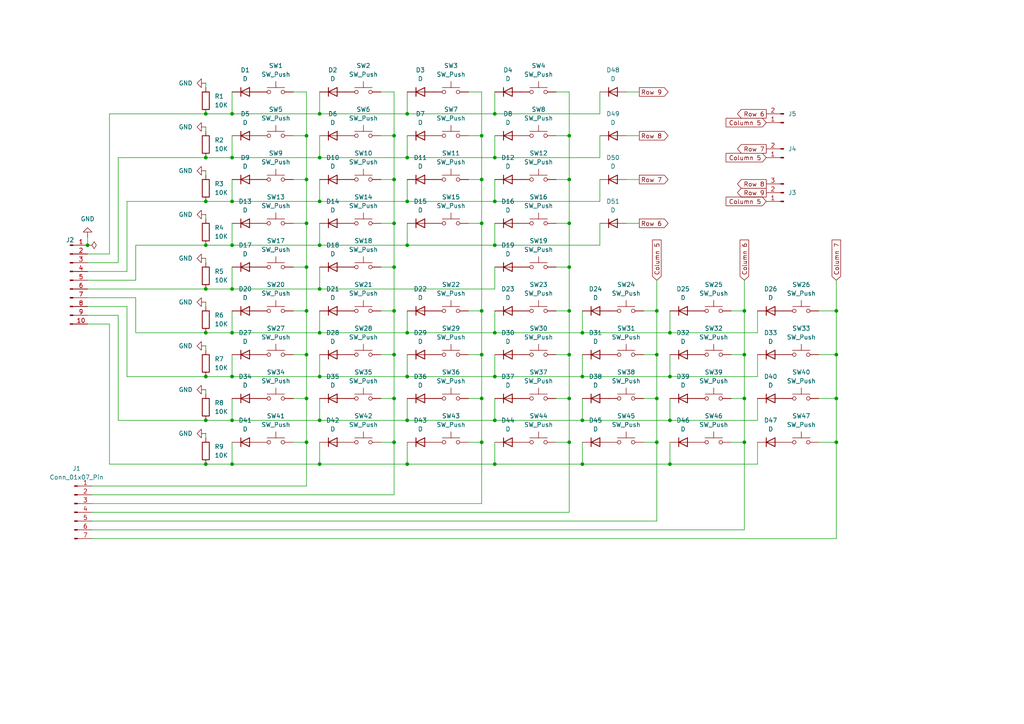
<source format=kicad_sch>
(kicad_sch (version 20231120) (generator "eeschema") (generator_version "8.0")
  (paper "A4")
  (title_block (title "OH-58D MFK Button Matrix") (rev "1.0"))
  (junction (at 92.71 83.82))
  (junction (at 92.71 109.22))
  (junction (at 59.69 45.72))
  (junction (at 59.69 58.42))
  (junction (at 118.11 71.12))
  (junction (at 88.9 115.57))
  (junction (at 190.5 115.57))
  (junction (at 118.11 96.52))
  (junction (at 215.9 115.57))
  (junction (at 88.9 128.27))
  (junction (at 215.9 90.17))
  (junction (at 165.1 102.87))
  (junction (at 168.91 121.92))
  (junction (at 67.31 71.12))
  (junction (at 114.3 64.77))
  (junction (at 139.7 90.17))
  (junction (at 242.57 102.87))
  (junction (at 165.1 39.37))
  (junction (at 92.71 33.02))
  (junction (at 92.71 134.62))
  (junction (at 118.11 121.92))
  (junction (at 118.11 109.22))
  (junction (at 165.1 90.17))
  (junction (at 190.5 128.27))
  (junction (at 67.31 96.52))
  (junction (at 143.51 45.72))
  (junction (at 114.3 115.57))
  (junction (at 67.31 134.62))
  (junction (at 143.51 71.12))
  (junction (at 143.51 96.52))
  (junction (at 165.1 64.77))
  (junction (at 25.4 71.12))
  (junction (at 190.5 102.87))
  (junction (at 67.31 121.92))
  (junction (at 88.9 64.77))
  (junction (at 92.71 71.12))
  (junction (at 118.11 45.72))
  (junction (at 92.71 96.52))
  (junction (at 59.69 121.92))
  (junction (at 59.69 134.62))
  (junction (at 88.9 39.37))
  (junction (at 242.57 128.27))
  (junction (at 114.3 128.27))
  (junction (at 59.69 71.12))
  (junction (at 139.7 128.27))
  (junction (at 88.9 52.07))
  (junction (at 114.3 77.47))
  (junction (at 242.57 90.17))
  (junction (at 143.51 33.02))
  (junction (at 92.71 121.92))
  (junction (at 143.51 121.92))
  (junction (at 118.11 58.42))
  (junction (at 92.71 58.42))
  (junction (at 168.91 109.22))
  (junction (at 139.7 115.57))
  (junction (at 139.7 52.07))
  (junction (at 139.7 64.77))
  (junction (at 59.69 83.82))
  (junction (at 67.31 33.02))
  (junction (at 67.31 58.42))
  (junction (at 194.31 96.52))
  (junction (at 114.3 90.17))
  (junction (at 67.31 83.82))
  (junction (at 67.31 45.72))
  (junction (at 92.71 45.72))
  (junction (at 139.7 39.37))
  (junction (at 118.11 33.02))
  (junction (at 59.69 96.52))
  (junction (at 59.69 33.02))
  (junction (at 67.31 109.22))
  (junction (at 165.1 77.47))
  (junction (at 168.91 134.62))
  (junction (at 143.51 134.62))
  (junction (at 168.91 96.52))
  (junction (at 59.69 109.22))
  (junction (at 114.3 52.07))
  (junction (at 242.57 115.57))
  (junction (at 165.1 128.27))
  (junction (at 143.51 58.42))
  (junction (at 165.1 115.57))
  (junction (at 215.9 128.27))
  (junction (at 143.51 109.22))
  (junction (at 88.9 90.17))
  (junction (at 139.7 102.87))
  (junction (at 190.5 90.17))
  (junction (at 194.31 109.22))
  (junction (at 194.31 121.92))
  (junction (at 88.9 102.87))
  (junction (at 114.3 102.87))
  (junction (at 118.11 134.62))
  (junction (at 114.3 39.37))
  (junction (at 165.1 52.07))
  (junction (at 194.31 134.62))
  (junction (at 88.9 77.47))
  (junction (at 215.9 102.87))
  (wire (pts (xy 67.31 33.02) (xy 59.69 33.02)))
  (wire (pts (xy 118.11 52.07) (xy 118.11 58.42)))
  (wire (pts (xy 143.51 26.67) (xy 143.51 33.02)))
  (wire (pts (xy 190.5 128.27) (xy 190.5 151.13)))
  (wire (pts (xy 165.1 128.27) (xy 165.1 148.59)))
  (wire (pts (xy 143.51 83.82) (xy 92.71 83.82)))
  (wire (pts (xy 114.3 64.77) (xy 114.3 77.47)))
  (wire (pts (xy 39.37 81.28) (xy 39.37 71.12)))
  (wire (pts (xy 139.7 26.67) (xy 139.7 39.37)))
  (wire (pts (xy 161.29 64.77) (xy 165.1 64.77)))
  (wire (pts (xy 85.09 77.47) (xy 88.9 77.47)))
  (wire (pts (xy 26.67 140.97) (xy 88.9 140.97)))
  (wire (pts (xy 173.99 71.12) (xy 173.99 64.77)))
  (wire (pts (xy 186.69 102.87) (xy 190.5 102.87)))
  (wire (pts (xy 143.51 109.22) (xy 118.11 109.22)))
  (wire (pts (xy 219.71 102.87) (xy 219.71 109.22)))
  (wire (pts (xy 92.71 52.07) (xy 92.71 58.42)))
  (wire (pts (xy 143.51 52.07) (xy 143.51 58.42)))
  (wire (pts (xy 181.61 39.37) (xy 185.42 39.37)))
  (wire (pts (xy 114.3 128.27) (xy 114.3 115.57)))
  (wire (pts (xy 165.1 52.07) (xy 165.1 39.37)))
  (wire (pts (xy 219.71 90.17) (xy 219.71 96.52)))
  (wire (pts (xy 143.51 58.42) (xy 173.99 58.42)))
  (wire (pts (xy 215.9 81.28) (xy 215.9 90.17)))
  (wire (pts (xy 92.71 33.02) (xy 67.31 33.02)))
  (wire (pts (xy 237.49 128.27) (xy 242.57 128.27)))
  (wire (pts (xy 118.11 39.37) (xy 118.11 45.72)))
  (wire (pts (xy 139.7 52.07) (xy 139.7 64.77)))
  (wire (pts (xy 118.11 128.27) (xy 118.11 134.62)))
  (wire (pts (xy 59.69 62.23) (xy 59.69 63.5)))
  (wire (pts (xy 26.67 153.67) (xy 215.9 153.67)))
  (wire (pts (xy 88.9 128.27) (xy 88.9 115.57)))
  (wire (pts (xy 25.4 76.2) (xy 34.29 76.2)))
  (wire (pts (xy 242.57 128.27) (xy 242.57 156.21)))
  (wire (pts (xy 212.09 115.57) (xy 215.9 115.57)))
  (wire (pts (xy 67.31 102.87) (xy 67.31 109.22)))
  (wire (pts (xy 67.31 64.77) (xy 67.31 71.12)))
  (wire (pts (xy 190.5 128.27) (xy 190.5 115.57)))
  (wire (pts (xy 36.83 88.9) (xy 36.83 109.22)))
  (wire (pts (xy 168.91 134.62) (xy 194.31 134.62)))
  (wire (pts (xy 110.49 52.07) (xy 114.3 52.07)))
  (wire (pts (xy 25.4 91.44) (xy 34.29 91.44)))
  (wire (pts (xy 237.49 102.87) (xy 242.57 102.87)))
  (wire (pts (xy 161.29 115.57) (xy 165.1 115.57)))
  (wire (pts (xy 110.49 77.47) (xy 114.3 77.47)))
  (wire (pts (xy 168.91 115.57) (xy 168.91 121.92)))
  (wire (pts (xy 194.31 109.22) (xy 168.91 109.22)))
  (wire (pts (xy 143.51 134.62) (xy 168.91 134.62)))
  (wire (pts (xy 143.51 77.47) (xy 143.51 83.82)))
  (wire (pts (xy 88.9 128.27) (xy 88.9 140.97)))
  (wire (pts (xy 242.57 90.17) (xy 242.57 102.87)))
  (wire (pts (xy 168.91 96.52) (xy 143.51 96.52)))
  (wire (pts (xy 85.09 90.17) (xy 88.9 90.17)))
  (wire (pts (xy 194.31 115.57) (xy 194.31 121.92)))
  (wire (pts (xy 67.31 109.22) (xy 59.69 109.22)))
  (wire (pts (xy 85.09 64.77) (xy 88.9 64.77)))
  (wire (pts (xy 92.71 121.92) (xy 67.31 121.92)))
  (wire (pts (xy 139.7 128.27) (xy 139.7 115.57)))
  (wire (pts (xy 92.71 134.62) (xy 118.11 134.62)))
  (wire (pts (xy 34.29 45.72) (xy 59.69 45.72)))
  (wire (pts (xy 67.31 39.37) (xy 67.31 45.72)))
  (wire (pts (xy 143.51 121.92) (xy 118.11 121.92)))
  (wire (pts (xy 139.7 128.27) (xy 139.7 146.05)))
  (wire (pts (xy 118.11 45.72) (xy 92.71 45.72)))
  (wire (pts (xy 36.83 58.42) (xy 59.69 58.42)))
  (wire (pts (xy 110.49 64.77) (xy 114.3 64.77)))
  (wire (pts (xy 26.67 156.21) (xy 242.57 156.21)))
  (wire (pts (xy 67.31 52.07) (xy 67.31 58.42)))
  (wire (pts (xy 26.67 148.59) (xy 165.1 148.59)))
  (wire (pts (xy 92.71 77.47) (xy 92.71 83.82)))
  (wire (pts (xy 92.71 39.37) (xy 92.71 45.72)))
  (wire (pts (xy 173.99 39.37) (xy 173.99 45.72)))
  (wire (pts (xy 194.31 121.92) (xy 168.91 121.92)))
  (wire (pts (xy 114.3 52.07) (xy 114.3 64.77)))
  (wire (pts (xy 190.5 115.57) (xy 190.5 102.87)))
  (wire (pts (xy 181.61 52.07) (xy 185.42 52.07)))
  (wire (pts (xy 114.3 102.87) (xy 114.3 90.17)))
  (wire (pts (xy 110.49 102.87) (xy 114.3 102.87)))
  (wire (pts (xy 92.71 83.82) (xy 67.31 83.82)))
  (wire (pts (xy 34.29 91.44) (xy 34.29 121.92)))
  (wire (pts (xy 165.1 128.27) (xy 165.1 115.57)))
  (wire (pts (xy 92.71 128.27) (xy 92.71 134.62)))
  (wire (pts (xy 59.69 113.03) (xy 59.69 114.3)))
  (wire (pts (xy 67.31 121.92) (xy 59.69 121.92)))
  (wire (pts (xy 110.49 115.57) (xy 114.3 115.57)))
  (wire (pts (xy 165.1 77.47) (xy 165.1 90.17)))
  (wire (pts (xy 110.49 26.67) (xy 114.3 26.67)))
  (wire (pts (xy 215.9 102.87) (xy 215.9 115.57)))
  (wire (pts (xy 219.71 109.22) (xy 194.31 109.22)))
  (wire (pts (xy 59.69 36.83) (xy 59.69 38.1)))
  (wire (pts (xy 135.89 102.87) (xy 139.7 102.87)))
  (wire (pts (xy 92.71 71.12) (xy 67.31 71.12)))
  (wire (pts (xy 39.37 86.36) (xy 39.37 96.52)))
  (wire (pts (xy 165.1 64.77) (xy 165.1 52.07)))
  (wire (pts (xy 92.71 45.72) (xy 67.31 45.72)))
  (wire (pts (xy 219.71 128.27) (xy 219.71 134.62)))
  (wire (pts (xy 88.9 77.47) (xy 88.9 90.17)))
  (wire (pts (xy 242.57 90.17) (xy 237.49 90.17)))
  (wire (pts (xy 237.49 115.57) (xy 242.57 115.57)))
  (wire (pts (xy 92.71 109.22) (xy 67.31 109.22)))
  (wire (pts (xy 88.9 39.37) (xy 88.9 52.07)))
  (wire (pts (xy 194.31 102.87) (xy 194.31 109.22)))
  (wire (pts (xy 143.51 102.87) (xy 143.51 109.22)))
  (wire (pts (xy 25.4 78.74) (xy 36.83 78.74)))
  (wire (pts (xy 118.11 71.12) (xy 92.71 71.12)))
  (wire (pts (xy 143.51 71.12) (xy 118.11 71.12)))
  (wire (pts (xy 143.51 58.42) (xy 118.11 58.42)))
  (wire (pts (xy 181.61 26.67) (xy 185.42 26.67)))
  (wire (pts (xy 143.51 128.27) (xy 143.51 134.62)))
  (wire (pts (xy 118.11 58.42) (xy 92.71 58.42)))
  (wire (pts (xy 92.71 58.42) (xy 67.31 58.42)))
  (wire (pts (xy 173.99 52.07) (xy 173.99 58.42)))
  (wire (pts (xy 34.29 121.92) (xy 59.69 121.92)))
  (wire (pts (xy 26.67 143.51) (xy 114.3 143.51)))
  (wire (pts (xy 135.89 26.67) (xy 139.7 26.67)))
  (wire (pts (xy 92.71 26.67) (xy 92.71 33.02)))
  (wire (pts (xy 143.51 64.77) (xy 143.51 71.12)))
  (wire (pts (xy 194.31 90.17) (xy 194.31 96.52)))
  (wire (pts (xy 165.1 26.67) (xy 161.29 26.67)))
  (wire (pts (xy 67.31 96.52) (xy 59.69 96.52)))
  (wire (pts (xy 143.51 33.02) (xy 173.99 33.02)))
  (wire (pts (xy 165.1 90.17) (xy 161.29 90.17)))
  (wire (pts (xy 139.7 90.17) (xy 135.89 90.17)))
  (wire (pts (xy 161.29 128.27) (xy 165.1 128.27)))
  (wire (pts (xy 67.31 71.12) (xy 59.69 71.12)))
  (wire (pts (xy 143.51 71.12) (xy 173.99 71.12)))
  (wire (pts (xy 114.3 77.47) (xy 114.3 90.17)))
  (wire (pts (xy 118.11 134.62) (xy 143.51 134.62)))
  (wire (pts (xy 215.9 90.17) (xy 212.09 90.17)))
  (wire (pts (xy 88.9 52.07) (xy 88.9 64.77)))
  (wire (pts (xy 25.4 86.36) (xy 39.37 86.36)))
  (wire (pts (xy 186.69 115.57) (xy 190.5 115.57)))
  (wire (pts (xy 85.09 102.87) (xy 88.9 102.87)))
  (wire (pts (xy 114.3 39.37) (xy 110.49 39.37)))
  (wire (pts (xy 135.89 115.57) (xy 139.7 115.57)))
  (wire (pts (xy 190.5 102.87) (xy 190.5 90.17)))
  (wire (pts (xy 88.9 26.67) (xy 88.9 39.37)))
  (wire (pts (xy 143.51 39.37) (xy 143.51 45.72)))
  (wire (pts (xy 59.69 87.63) (xy 59.69 88.9)))
  (wire (pts (xy 114.3 128.27) (xy 114.3 143.51)))
  (wire (pts (xy 59.69 125.73) (xy 59.69 127)))
  (wire (pts (xy 92.71 90.17) (xy 92.71 96.52)))
  (wire (pts (xy 139.7 115.57) (xy 139.7 102.87)))
  (wire (pts (xy 143.51 45.72) (xy 118.11 45.72)))
  (wire (pts (xy 25.4 73.66) (xy 31.75 73.66)))
  (wire (pts (xy 110.49 128.27) (xy 114.3 128.27)))
  (wire (pts (xy 114.3 90.17) (xy 110.49 90.17)))
  (wire (pts (xy 194.31 134.62) (xy 219.71 134.62)))
  (wire (pts (xy 168.91 109.22) (xy 143.51 109.22)))
  (wire (pts (xy 92.71 115.57) (xy 92.71 121.92)))
  (wire (pts (xy 59.69 134.62) (xy 67.31 134.62)))
  (wire (pts (xy 114.3 115.57) (xy 114.3 102.87)))
  (wire (pts (xy 161.29 52.07) (xy 165.1 52.07)))
  (wire (pts (xy 118.11 102.87) (xy 118.11 109.22)))
  (wire (pts (xy 67.31 115.57) (xy 67.31 121.92)))
  (wire (pts (xy 165.1 102.87) (xy 165.1 90.17)))
  (wire (pts (xy 242.57 115.57) (xy 242.57 128.27)))
  (wire (pts (xy 36.83 78.74) (xy 36.83 58.42)))
  (wire (pts (xy 118.11 33.02) (xy 143.51 33.02)))
  (wire (pts (xy 168.91 128.27) (xy 168.91 134.62)))
  (wire (pts (xy 173.99 26.67) (xy 173.99 33.02)))
  (wire (pts (xy 165.1 115.57) (xy 165.1 102.87)))
  (wire (pts (xy 143.51 45.72) (xy 173.99 45.72)))
  (wire (pts (xy 31.75 33.02) (xy 59.69 33.02)))
  (wire (pts (xy 92.71 96.52) (xy 67.31 96.52)))
  (wire (pts (xy 165.1 39.37) (xy 165.1 26.67)))
  (wire (pts (xy 219.71 96.52) (xy 194.31 96.52)))
  (wire (pts (xy 212.09 128.27) (xy 215.9 128.27)))
  (wire (pts (xy 242.57 81.28) (xy 242.57 90.17)))
  (wire (pts (xy 59.69 74.93) (xy 59.69 76.2)))
  (wire (pts (xy 118.11 64.77) (xy 118.11 71.12)))
  (wire (pts (xy 190.5 90.17) (xy 186.69 90.17)))
  (wire (pts (xy 67.31 90.17) (xy 67.31 96.52)))
  (wire (pts (xy 118.11 96.52) (xy 92.71 96.52)))
  (wire (pts (xy 215.9 90.17) (xy 215.9 102.87)))
  (wire (pts (xy 88.9 64.77) (xy 88.9 77.47)))
  (wire (pts (xy 212.09 102.87) (xy 215.9 102.87)))
  (wire (pts (xy 92.71 64.77) (xy 92.71 71.12)))
  (wire (pts (xy 143.51 96.52) (xy 118.11 96.52)))
  (wire (pts (xy 215.9 115.57) (xy 215.9 128.27)))
  (wire (pts (xy 118.11 109.22) (xy 92.71 109.22)))
  (wire (pts (xy 194.31 96.52) (xy 168.91 96.52)))
  (wire (pts (xy 26.67 151.13) (xy 190.5 151.13)))
  (wire (pts (xy 114.3 39.37) (xy 114.3 52.07)))
  (wire (pts (xy 31.75 134.62) (xy 59.69 134.62)))
  (wire (pts (xy 39.37 96.52) (xy 59.69 96.52)))
  (wire (pts (xy 168.91 121.92) (xy 143.51 121.92)))
  (wire (pts (xy 25.4 83.82) (xy 59.69 83.82)))
  (wire (pts (xy 118.11 33.02) (xy 92.71 33.02)))
  (wire (pts (xy 168.91 102.87) (xy 168.91 109.22)))
  (wire (pts (xy 215.9 128.27) (xy 215.9 153.67)))
  (wire (pts (xy 88.9 26.67) (xy 85.09 26.67)))
  (wire (pts (xy 85.09 52.07) (xy 88.9 52.07)))
  (wire (pts (xy 165.1 64.77) (xy 165.1 77.47)))
  (wire (pts (xy 85.09 115.57) (xy 88.9 115.57)))
  (wire (pts (xy 25.4 93.98) (xy 31.75 93.98)))
  (wire (pts (xy 143.51 115.57) (xy 143.51 121.92)))
  (wire (pts (xy 139.7 39.37) (xy 139.7 52.07)))
  (wire (pts (xy 67.31 77.47) (xy 67.31 83.82)))
  (wire (pts (xy 114.3 26.67) (xy 114.3 39.37)))
  (wire (pts (xy 219.71 115.57) (xy 219.71 121.92)))
  (wire (pts (xy 26.67 146.05) (xy 139.7 146.05)))
  (wire (pts (xy 31.75 93.98) (xy 31.75 134.62)))
  (wire (pts (xy 59.69 49.53) (xy 59.69 50.8)))
  (wire (pts (xy 139.7 102.87) (xy 139.7 90.17)))
  (wire (pts (xy 59.69 24.13) (xy 59.69 25.4)))
  (wire (pts (xy 67.31 83.82) (xy 59.69 83.82)))
  (wire (pts (xy 139.7 64.77) (xy 139.7 90.17)))
  (wire (pts (xy 36.83 109.22) (xy 59.69 109.22)))
  (wire (pts (xy 118.11 121.92) (xy 92.71 121.92)))
  (wire (pts (xy 25.4 88.9) (xy 36.83 88.9)))
  (wire (pts (xy 118.11 90.17) (xy 118.11 96.52)))
  (wire (pts (xy 88.9 102.87) (xy 88.9 90.17)))
  (wire (pts (xy 143.51 90.17) (xy 143.51 96.52)))
  (wire (pts (xy 88.9 115.57) (xy 88.9 102.87)))
  (wire (pts (xy 31.75 73.66) (xy 31.75 33.02)))
  (wire (pts (xy 165.1 77.47) (xy 161.29 77.47)))
  (wire (pts (xy 168.91 90.17) (xy 168.91 96.52)))
  (wire (pts (xy 67.31 26.67) (xy 67.31 33.02)))
  (wire (pts (xy 242.57 102.87) (xy 242.57 115.57)))
  (wire (pts (xy 25.4 81.28) (xy 39.37 81.28)))
  (wire (pts (xy 59.69 100.33) (xy 59.69 101.6)))
  (wire (pts (xy 194.31 128.27) (xy 194.31 134.62)))
  (wire (pts (xy 135.89 128.27) (xy 139.7 128.27)))
  (wire (pts (xy 186.69 128.27) (xy 190.5 128.27)))
  (wire (pts (xy 85.09 128.27) (xy 88.9 128.27)))
  (wire (pts (xy 139.7 64.77) (xy 135.89 64.77)))
  (wire (pts (xy 161.29 39.37) (xy 165.1 39.37)))
  (wire (pts (xy 67.31 58.42) (xy 59.69 58.42)))
  (wire (pts (xy 67.31 45.72) (xy 59.69 45.72)))
  (wire (pts (xy 190.5 81.28) (xy 190.5 90.17)))
  (wire (pts (xy 34.29 76.2) (xy 34.29 45.72)))
  (wire (pts (xy 219.71 121.92) (xy 194.31 121.92)))
  (wire (pts (xy 85.09 39.37) (xy 88.9 39.37)))
  (wire (pts (xy 161.29 102.87) (xy 165.1 102.87)))
  (wire (pts (xy 118.11 26.67) (xy 118.11 33.02)))
  (wire (pts (xy 67.31 134.62) (xy 92.71 134.62)))
  (wire (pts (xy 181.61 64.77) (xy 185.42 64.77)))
  (wire (pts (xy 135.89 52.07) (xy 139.7 52.07)))
  (wire (pts (xy 67.31 134.62) (xy 67.31 128.27)))
  (wire (pts (xy 39.37 71.12) (xy 59.69 71.12)))
  (wire (pts (xy 25.4 68.58) (xy 25.4 71.12)))
  (wire (pts (xy 92.71 102.87) (xy 92.71 109.22)))
  (wire (pts (xy 118.11 115.57) (xy 118.11 121.92)))
  (wire (pts (xy 135.89 39.37) (xy 139.7 39.37)))
  (global_label "Row 7" (shape output) (at 222.25 43.18 180) (property "Intersheetrefs" "${INTERSHEET_REFS}" (effects (hide yes))))
  (global_label "Column 5" (shape input) (at 222.25 45.72 180) (property "Intersheetrefs" "${INTERSHEET_REFS}" (effects (hide yes))))
  (global_label "Row 6" (shape output) (at 185.42 64.77 0) (property "Intersheetrefs" "${INTERSHEET_REFS}" (effects (hide yes))))
  (global_label "Column 6" (shape input) (at 215.9 81.28 90) (property "Intersheetrefs" "${INTERSHEET_REFS}" (effects (hide yes))))
  (global_label "Column 5" (shape input) (at 222.25 35.56 180) (property "Intersheetrefs" "${INTERSHEET_REFS}" (effects (hide yes))))
  (global_label "Column 5" (shape input) (at 190.5 81.28 90) (property "Intersheetrefs" "${INTERSHEET_REFS}" (effects (hide yes))))
  (global_label "Row 8" (shape output) (at 185.42 39.37 0) (property "Intersheetrefs" "${INTERSHEET_REFS}" (effects (hide yes))))
  (global_label "Row 8" (shape output) (at 222.25 53.34 180) (property "Intersheetrefs" "${INTERSHEET_REFS}" (effects (hide yes))))
  (global_label "Column 5" (shape input) (at 222.25 58.42 180) (property "Intersheetrefs" "${INTERSHEET_REFS}" (effects (hide yes))))
  (global_label "Row 9" (shape output) (at 222.25 55.88 180) (property "Intersheetrefs" "${INTERSHEET_REFS}" (effects (hide yes))))
  (global_label "Row 6" (shape output) (at 222.25 33.02 180) (property "Intersheetrefs" "${INTERSHEET_REFS}" (effects (hide yes))))
  (global_label "Column 7" (shape input) (at 242.57 81.28 90) (property "Intersheetrefs" "${INTERSHEET_REFS}" (effects (hide yes))))
  (global_label "Row 7" (shape output) (at 185.42 52.07 0) (property "Intersheetrefs" "${INTERSHEET_REFS}" (effects (hide yes))))
  (global_label "Row 9" (shape output) (at 185.42 26.67 0) (property "Intersheetrefs" "${INTERSHEET_REFS}" (effects (hide yes))))
  (symbol (lib_id "Switch:SW_Push") (at 105.41 77.47 0) (unit 1)
    (property "Reference" "SW18" (at 105.41 69.85 0))
    (property "Value" "SW_Push" (at 105.41 72.39 0))
    (property "Footprint" "Button_Switch_THT:SW_TH_Tactile_Omron_B3F-105x" (effects (hide yes)))
    (property "Description" "Push button switch, generic, two pins" (effects (hide yes)))
  )
  (symbol (lib_id "Switch:SW_Push") (at 130.81 64.77 0) (unit 1)
    (property "Reference" "SW15" (at 130.81 57.15 0))
    (property "Value" "SW_Push" (at 130.81 59.69 0))
    (property "Footprint" "Button_Switch_THT:SW_TH_Tactile_Omron_B3F-105x" (effects (hide yes)))
    (property "Description" "Push button switch, generic, two pins" (effects (hide yes)))
  )
  (symbol (lib_id "Switch:SW_Push") (at 232.41 115.57 0) (unit 1)
    (property "Reference" "SW40" (at 232.41 107.95 0))
    (property "Value" "SW_Push" (at 232.41 110.49 0))
    (property "Footprint" "Button_Switch_THT:SW_TH_Tactile_Omron_B3F-105x" (effects (hide yes)))
    (property "Description" "Push button switch, generic, two pins" (effects (hide yes)))
  )
  (symbol (lib_id "Device:R") (at 59.69 130.81 0) (unit 1)
    (property "Reference" "R9" (at 62.23 129.5399 0) (effects (justify left)))
    (property "Value" "10K" (at 62.23 132.0799 0) (effects (justify left)))
    (property "Footprint" "Resistor_SMD:R_0805_2012Metric_Pad1.20x1.40mm_HandSolder" (effects (hide yes)))
    (property "Description" "Resistor" (effects (hide yes)))
  )
  (symbol (lib_id "Device:D") (at 121.92 90.17 0) (unit 1)
    (property "Reference" "D22" (at 121.92 83.82 0))
    (property "Value" "D" (at 121.92 86.36 0))
    (property "Footprint" "Diode_SMD:D_SOD-323_HandSoldering" (effects (hide yes)))
    (property "Description" "Diode" (effects (hide yes)))
    (property "Sim.Device" "D" (effects (hide yes)))
    (property "Sim.Pins" "1=K 2=A" (effects (hide yes)))
  )
  (symbol (lib_id "Device:D") (at 96.52 26.67 0) (unit 1)
    (property "Reference" "D2" (at 96.52 20.32 0))
    (property "Value" "D" (at 96.52 22.86 0))
    (property "Footprint" "Diode_SMD:D_SOD-323_HandSoldering" (effects (hide yes)))
    (property "Description" "Diode" (effects (hide yes)))
    (property "Sim.Device" "D" (effects (hide yes)))
    (property "Sim.Pins" "1=K 2=A" (effects (hide yes)))
  )
  (symbol (lib_id "Device:D") (at 71.12 128.27 0) (unit 1)
    (property "Reference" "D41" (at 71.12 121.92 0))
    (property "Value" "D" (at 71.12 124.46 0))
    (property "Footprint" "Diode_SMD:D_SOD-323_HandSoldering" (effects (hide yes)))
    (property "Description" "Diode" (effects (hide yes)))
    (property "Sim.Device" "D" (effects (hide yes)))
    (property "Sim.Pins" "1=K 2=A" (effects (hide yes)))
  )
  (symbol (lib_id "power:GND") (at 59.69 87.63 270) (unit 1)
    (property "Reference" "#PWR06" (effects (hide yes)))
    (property "Value" "GND" (at 55.88 87.6299 90) (effects (justify right)))
    (property "Description" "Power symbol creates a global label with name \"GND\" , ground" (effects (hide yes)))
  )
  (symbol (lib_id "Switch:SW_Push") (at 156.21 128.27 0) (unit 1)
    (property "Reference" "SW44" (at 156.21 120.65 0))
    (property "Value" "SW_Push" (at 156.21 123.19 0))
    (property "Footprint" "Button_Switch_THT:SW_TH_Tactile_Omron_B3F-105x" (effects (hide yes)))
    (property "Description" "Push button switch, generic, two pins" (effects (hide yes)))
  )
  (symbol (lib_id "Device:D") (at 177.8 64.77 0) (unit 1)
    (property "Reference" "D51" (at 177.8 58.42 0))
    (property "Value" "D" (at 177.8 60.96 0))
    (property "Footprint" "Diode_SMD:D_SOD-323_HandSoldering" (effects (hide yes)))
    (property "Description" "Diode" (effects (hide yes)))
    (property "Sim.Device" "D" (effects (hide yes)))
    (property "Sim.Pins" "1=K 2=A" (effects (hide yes)))
  )
  (symbol (lib_id "Switch:SW_Push") (at 232.41 90.17 0) (unit 1)
    (property "Reference" "SW26" (at 232.41 82.55 0))
    (property "Value" "SW_Push" (at 232.41 85.09 0))
    (property "Footprint" "Button_Switch_THT:SW_TH_Tactile_Omron_B3F-105x" (effects (hide yes)))
    (property "Description" "Push button switch, generic, two pins" (effects (hide yes)))
  )
  (symbol (lib_id "Device:D") (at 96.52 102.87 0) (unit 1)
    (property "Reference" "D28" (at 96.52 96.52 0))
    (property "Value" "D" (at 96.52 99.06 0))
    (property "Footprint" "Diode_SMD:D_SOD-323_HandSoldering" (effects (hide yes)))
    (property "Description" "Diode" (effects (hide yes)))
    (property "Sim.Device" "D" (effects (hide yes)))
    (property "Sim.Pins" "1=K 2=A" (effects (hide yes)))
  )
  (symbol (lib_id "Device:D") (at 172.72 128.27 0) (unit 1)
    (property "Reference" "D45" (at 172.72 121.92 0))
    (property "Value" "D" (at 172.72 124.46 0))
    (property "Footprint" "Diode_SMD:D_SOD-323_HandSoldering" (effects (hide yes)))
    (property "Description" "Diode" (effects (hide yes)))
    (property "Sim.Device" "D" (effects (hide yes)))
    (property "Sim.Pins" "1=K 2=A" (effects (hide yes)))
  )
  (symbol (lib_id "Device:R") (at 59.69 118.11 0) (unit 1)
    (property "Reference" "R8" (at 62.23 116.8399 0) (effects (justify left)))
    (property "Value" "10K" (at 62.23 119.3799 0) (effects (justify left)))
    (property "Footprint" "Resistor_SMD:R_0805_2012Metric_Pad1.20x1.40mm_HandSolder" (effects (hide yes)))
    (property "Description" "Resistor" (effects (hide yes)))
  )
  (symbol (lib_id "power:GND") (at 59.69 100.33 270) (unit 1)
    (property "Reference" "#PWR07" (effects (hide yes)))
    (property "Value" "GND" (at 55.88 100.3299 90) (effects (justify right)))
    (property "Description" "Power symbol creates a global label with name \"GND\" , ground" (effects (hide yes)))
  )
  (symbol (lib_id "power:GND") (at 59.69 62.23 270) (unit 1)
    (property "Reference" "#PWR04" (effects (hide yes)))
    (property "Value" "GND" (at 55.88 62.2299 90) (effects (justify right)))
    (property "Description" "Power symbol creates a global label with name \"GND\" , ground" (effects (hide yes)))
  )
  (symbol (lib_id "Device:D") (at 121.92 26.67 0) (unit 1)
    (property "Reference" "D3" (at 121.92 20.32 0))
    (property "Value" "D" (at 121.92 22.86 0))
    (property "Footprint" "Diode_SMD:D_SOD-323_HandSoldering" (effects (hide yes)))
    (property "Description" "Diode" (effects (hide yes)))
    (property "Sim.Device" "D" (effects (hide yes)))
    (property "Sim.Pins" "1=K 2=A" (effects (hide yes)))
  )
  (symbol (lib_id "Device:D") (at 198.12 102.87 0) (unit 1)
    (property "Reference" "D32" (at 198.12 96.52 0))
    (property "Value" "D" (at 198.12 99.06 0))
    (property "Footprint" "Diode_SMD:D_SOD-323_HandSoldering" (effects (hide yes)))
    (property "Description" "Diode" (effects (hide yes)))
    (property "Sim.Device" "D" (effects (hide yes)))
    (property "Sim.Pins" "1=K 2=A" (effects (hide yes)))
  )
  (symbol (lib_id "Device:D") (at 223.52 102.87 0) (unit 1)
    (property "Reference" "D33" (at 223.52 96.52 0))
    (property "Value" "D" (at 223.52 99.06 0))
    (property "Footprint" "Diode_SMD:D_SOD-323_HandSoldering" (effects (hide yes)))
    (property "Description" "Diode" (effects (hide yes)))
    (property "Sim.Device" "D" (effects (hide yes)))
    (property "Sim.Pins" "1=K 2=A" (effects (hide yes)))
  )
  (symbol (lib_id "Device:D") (at 147.32 90.17 0) (unit 1)
    (property "Reference" "D23" (at 147.32 83.82 0))
    (property "Value" "D" (at 147.32 86.36 0))
    (property "Footprint" "Diode_SMD:D_SOD-323_HandSoldering" (effects (hide yes)))
    (property "Description" "Diode" (effects (hide yes)))
    (property "Sim.Device" "D" (effects (hide yes)))
    (property "Sim.Pins" "1=K 2=A" (effects (hide yes)))
  )
  (symbol (lib_id "Device:R") (at 59.69 41.91 0) (unit 1)
    (property "Reference" "R2" (at 62.23 40.6399 0) (effects (justify left)))
    (property "Value" "10K" (at 62.23 43.1799 0) (effects (justify left)))
    (property "Footprint" "Resistor_SMD:R_0805_2012Metric_Pad1.20x1.40mm_HandSolder" (effects (hide yes)))
    (property "Description" "Resistor" (effects (hide yes)))
  )
  (symbol (lib_id "Switch:SW_Push") (at 80.01 102.87 0) (unit 1)
    (property "Reference" "SW27" (at 80.01 95.25 0))
    (property "Value" "SW_Push" (at 80.01 97.79 0))
    (property "Footprint" "Button_Switch_THT:SW_TH_Tactile_Omron_B3F-105x" (effects (hide yes)))
    (property "Description" "Push button switch, generic, two pins" (effects (hide yes)))
  )
  (symbol (lib_id "Device:D") (at 172.72 102.87 0) (unit 1)
    (property "Reference" "D31" (at 172.72 96.52 0))
    (property "Value" "D" (at 172.72 99.06 0))
    (property "Footprint" "Diode_SMD:D_SOD-323_HandSoldering" (effects (hide yes)))
    (property "Description" "Diode" (effects (hide yes)))
    (property "Sim.Device" "D" (effects (hide yes)))
    (property "Sim.Pins" "1=K 2=A" (effects (hide yes)))
  )
  (symbol (lib_id "Device:D") (at 223.52 90.17 0) (unit 1)
    (property "Reference" "D26" (at 223.52 83.82 0))
    (property "Value" "D" (at 223.52 86.36 0))
    (property "Footprint" "Diode_SMD:D_SOD-323_HandSoldering" (effects (hide yes)))
    (property "Description" "Diode" (effects (hide yes)))
    (property "Sim.Device" "D" (effects (hide yes)))
    (property "Sim.Pins" "1=K 2=A" (effects (hide yes)))
  )
  (symbol (lib_id "Device:D") (at 71.12 77.47 0) (unit 1)
    (property "Reference" "D17" (at 71.12 71.12 0))
    (property "Value" "D" (at 71.12 73.66 0))
    (property "Footprint" "Diode_SMD:D_SOD-323_HandSoldering" (effects (hide yes)))
    (property "Description" "Diode" (effects (hide yes)))
    (property "Sim.Device" "D" (effects (hide yes)))
    (property "Sim.Pins" "1=K 2=A" (effects (hide yes)))
  )
  (symbol (lib_id "Switch:SW_Push") (at 207.01 115.57 0) (unit 1)
    (property "Reference" "SW39" (at 207.01 107.95 0))
    (property "Value" "SW_Push" (at 207.01 110.49 0))
    (property "Footprint" "Button_Switch_THT:SW_TH_Tactile_Omron_B3F-105x" (effects (hide yes)))
    (property "Description" "Push button switch, generic, two pins" (effects (hide yes)))
  )
  (symbol (lib_id "Switch:SW_Push") (at 181.61 128.27 0) (unit 1)
    (property "Reference" "SW45" (at 181.61 120.65 0))
    (property "Value" "SW_Push" (at 181.61 123.19 0))
    (property "Footprint" "Button_Switch_THT:SW_TH_Tactile_Omron_B3F-105x" (effects (hide yes)))
    (property "Description" "Push button switch, generic, two pins" (effects (hide yes)))
  )
  (symbol (lib_id "Device:D") (at 172.72 115.57 0) (unit 1)
    (property "Reference" "D38" (at 172.72 109.22 0))
    (property "Value" "D" (at 172.72 111.76 0))
    (property "Footprint" "Diode_SMD:D_SOD-323_HandSoldering" (effects (hide yes)))
    (property "Description" "Diode" (effects (hide yes)))
    (property "Sim.Device" "D" (effects (hide yes)))
    (property "Sim.Pins" "1=K 2=A" (effects (hide yes)))
  )
  (symbol (lib_id "Connector:Conn_01x02_Pin") (at 227.33 35.56 180) (unit 1)
    (property "Reference" "J5" (at 228.6 33.0199 0) (effects (justify right)))
    (property "Value" "Conn_01x02_Pin" (effects (hide yes)))
    (property "Footprint" "Connector_PinHeader_2.54mm:PinHeader_1x02_P2.54mm_Vertical" (effects (hide yes)))
    (property "Description" "Generic connector, single row, 01x02, script generated" (effects (hide yes)))
  )
  (symbol (lib_id "Device:D") (at 172.72 90.17 0) (unit 1)
    (property "Reference" "D24" (at 172.72 83.82 0))
    (property "Value" "D" (at 172.72 86.36 0))
    (property "Footprint" "Diode_SMD:D_SOD-323_HandSoldering" (effects (hide yes)))
    (property "Description" "Diode" (effects (hide yes)))
    (property "Sim.Device" "D" (effects (hide yes)))
    (property "Sim.Pins" "1=K 2=A" (effects (hide yes)))
  )
  (symbol (lib_id "Switch:SW_Push") (at 105.41 102.87 0) (unit 1)
    (property "Reference" "SW28" (at 105.41 95.25 0))
    (property "Value" "SW_Push" (at 105.41 97.79 0))
    (property "Footprint" "Button_Switch_THT:SW_TH_Tactile_Omron_B3F-105x" (effects (hide yes)))
    (property "Description" "Push button switch, generic, two pins" (effects (hide yes)))
  )
  (symbol (lib_id "Switch:SW_Push") (at 207.01 128.27 0) (unit 1)
    (property "Reference" "SW46" (at 207.01 120.65 0))
    (property "Value" "SW_Push" (at 207.01 123.19 0))
    (property "Footprint" "Button_Switch_THT:SW_TH_Tactile_Omron_B3F-105x" (effects (hide yes)))
    (property "Description" "Push button switch, generic, two pins" (effects (hide yes)))
  )
  (symbol (lib_id "Device:D") (at 198.12 128.27 0) (unit 1)
    (property "Reference" "D46" (at 198.12 121.92 0))
    (property "Value" "D" (at 198.12 124.46 0))
    (property "Footprint" "Diode_SMD:D_SOD-323_HandSoldering" (effects (hide yes)))
    (property "Description" "Diode" (effects (hide yes)))
    (property "Sim.Device" "D" (effects (hide yes)))
    (property "Sim.Pins" "1=K 2=A" (effects (hide yes)))
  )
  (symbol (lib_id "Switch:SW_Push") (at 156.21 26.67 0) (unit 1)
    (property "Reference" "SW4" (at 156.21 19.05 0))
    (property "Value" "SW_Push" (at 156.21 21.59 0))
    (property "Footprint" "Button_Switch_THT:SW_TH_Tactile_Omron_B3F-105x" (effects (hide yes)))
    (property "Description" "Push button switch, generic, two pins" (effects (hide yes)))
  )
  (symbol (lib_id "Switch:SW_Push") (at 130.81 90.17 0) (unit 1)
    (property "Reference" "SW22" (at 130.81 82.55 0))
    (property "Value" "SW_Push" (at 130.81 85.09 0))
    (property "Footprint" "Button_Switch_THT:SW_TH_Tactile_Omron_B3F-105x" (effects (hide yes)))
    (property "Description" "Push button switch, generic, two pins" (effects (hide yes)))
  )
  (symbol (lib_id "Connector:Conn_01x10_Pin") (at 20.32 81.28 0) (unit 1)
    (property "Reference" "J2" (at 20.32 69.596 0))
    (property "Value" "Conn_01x10_Pin" (effects (hide yes)))
    (property "Footprint" "Connector_PinHeader_2.54mm:PinHeader_1x10_P2.54mm_Vertical" (effects (hide yes)))
    (property "Description" "Generic connector, single row, 01x10, script generated" (effects (hide yes)))
  )
  (symbol (lib_id "Switch:SW_Push") (at 105.41 90.17 0) (unit 1)
    (property "Reference" "SW21" (at 105.41 82.55 0))
    (property "Value" "SW_Push" (at 105.41 85.09 0))
    (property "Footprint" "Button_Switch_THT:SW_TH_Tactile_Omron_B3F-105x" (effects (hide yes)))
    (property "Description" "Push button switch, generic, two pins" (effects (hide yes)))
  )
  (symbol (lib_id "Device:D") (at 96.52 39.37 0) (unit 1)
    (property "Reference" "D6" (at 96.52 33.02 0))
    (property "Value" "D" (at 96.52 35.56 0))
    (property "Footprint" "Diode_SMD:D_SOD-323_HandSoldering" (effects (hide yes)))
    (property "Description" "Diode" (effects (hide yes)))
    (property "Sim.Device" "D" (effects (hide yes)))
    (property "Sim.Pins" "1=K 2=A" (effects (hide yes)))
  )
  (symbol (lib_id "Device:D") (at 121.92 102.87 0) (unit 1)
    (property "Reference" "D29" (at 121.92 96.52 0))
    (property "Value" "D" (at 121.92 99.06 0))
    (property "Footprint" "Diode_SMD:D_SOD-323_HandSoldering" (effects (hide yes)))
    (property "Description" "Diode" (effects (hide yes)))
    (property "Sim.Device" "D" (effects (hide yes)))
    (property "Sim.Pins" "1=K 2=A" (effects (hide yes)))
  )
  (symbol (lib_id "power:GND") (at 59.69 125.73 270) (unit 1)
    (property "Reference" "#PWR09" (effects (hide yes)))
    (property "Value" "GND" (at 55.88 125.7299 90) (effects (justify right)))
    (property "Description" "Power symbol creates a global label with name \"GND\" , ground" (effects (hide yes)))
  )
  (symbol (lib_id "Switch:SW_Push") (at 156.21 102.87 0) (unit 1)
    (property "Reference" "SW30" (at 156.21 95.25 0))
    (property "Value" "SW_Push" (at 156.21 97.79 0))
    (property "Footprint" "Button_Switch_THT:SW_TH_Tactile_Omron_B3F-105x" (effects (hide yes)))
    (property "Description" "Push button switch, generic, two pins" (effects (hide yes)))
  )
  (symbol (lib_id "Switch:SW_Push") (at 105.41 64.77 0) (unit 1)
    (property "Reference" "SW14" (at 105.41 57.15 0))
    (property "Value" "SW_Push" (at 105.41 59.69 0))
    (property "Footprint" "Button_Switch_THT:SW_TH_Tactile_Omron_B3F-105x" (effects (hide yes)))
    (property "Description" "Push button switch, generic, two pins" (effects (hide yes)))
  )
  (symbol (lib_id "Device:D") (at 147.32 52.07 0) (unit 1)
    (property "Reference" "D12" (at 147.32 45.72 0))
    (property "Value" "D" (at 147.32 48.26 0))
    (property "Footprint" "Diode_SMD:D_SOD-323_HandSoldering" (effects (hide yes)))
    (property "Description" "Diode" (effects (hide yes)))
    (property "Sim.Device" "D" (effects (hide yes)))
    (property "Sim.Pins" "1=K 2=A" (effects (hide yes)))
  )
  (symbol (lib_id "power:GND") (at 59.69 49.53 270) (unit 1)
    (property "Reference" "#PWR03" (effects (hide yes)))
    (property "Value" "GND" (at 55.88 49.5299 90) (effects (justify right)))
    (property "Description" "Power symbol creates a global label with name \"GND\" , ground" (effects (hide yes)))
  )
  (symbol (lib_id "Switch:SW_Push") (at 181.61 115.57 0) (unit 1)
    (property "Reference" "SW38" (at 181.61 107.95 0))
    (property "Value" "SW_Push" (at 181.61 110.49 0))
    (property "Footprint" "Button_Switch_THT:SW_TH_Tactile_Omron_B3F-105x" (effects (hide yes)))
    (property "Description" "Push button switch, generic, two pins" (effects (hide yes)))
  )
  (symbol (lib_id "Device:D") (at 147.32 26.67 0) (unit 1)
    (property "Reference" "D4" (at 147.32 20.32 0))
    (property "Value" "D" (at 147.32 22.86 0))
    (property "Footprint" "Diode_SMD:D_SOD-323_HandSoldering" (effects (hide yes)))
    (property "Description" "Diode" (effects (hide yes)))
    (property "Sim.Device" "D" (effects (hide yes)))
    (property "Sim.Pins" "1=K 2=A" (effects (hide yes)))
  )
  (symbol (lib_id "Switch:SW_Push") (at 80.01 90.17 0) (unit 1)
    (property "Reference" "SW20" (at 80.01 82.55 0))
    (property "Value" "SW_Push" (at 80.01 85.09 0))
    (property "Footprint" "Button_Switch_THT:SW_TH_Tactile_Omron_B3F-105x" (effects (hide yes)))
    (property "Description" "Push button switch, generic, two pins" (effects (hide yes)))
  )
  (symbol (lib_id "power:GND") (at 59.69 24.13 270) (unit 1)
    (property "Reference" "#PWR01" (effects (hide yes)))
    (property "Value" "GND" (at 55.88 24.1299 90) (effects (justify right)))
    (property "Description" "Power symbol creates a global label with name \"GND\" , ground" (effects (hide yes)))
  )
  (symbol (lib_id "Device:D") (at 121.92 52.07 0) (unit 1)
    (property "Reference" "D11" (at 121.92 45.72 0))
    (property "Value" "D" (at 121.92 48.26 0))
    (property "Footprint" "Diode_SMD:D_SOD-323_HandSoldering" (effects (hide yes)))
    (property "Description" "Diode" (effects (hide yes)))
    (property "Sim.Device" "D" (effects (hide yes)))
    (property "Sim.Pins" "1=K 2=A" (effects (hide yes)))
  )
  (symbol (lib_id "Switch:SW_Push") (at 156.21 64.77 0) (unit 1)
    (property "Reference" "SW16" (at 156.21 57.15 0))
    (property "Value" "SW_Push" (at 156.21 59.69 0))
    (property "Footprint" "Button_Switch_THT:SW_TH_Tactile_Omron_B3F-105x" (effects (hide yes)))
    (property "Description" "Push button switch, generic, two pins" (effects (hide yes)))
  )
  (symbol (lib_id "Switch:SW_Push") (at 207.01 90.17 0) (unit 1)
    (property "Reference" "SW25" (at 207.01 82.55 0))
    (property "Value" "SW_Push" (at 207.01 85.09 0))
    (property "Footprint" "Button_Switch_THT:SW_TH_Tactile_Omron_B3F-105x" (effects (hide yes)))
    (property "Description" "Push button switch, generic, two pins" (effects (hide yes)))
  )
  (symbol (lib_id "Switch:SW_Push") (at 130.81 115.57 0) (unit 1)
    (property "Reference" "SW36" (at 130.81 107.95 0))
    (property "Value" "SW_Push" (at 130.81 110.49 0))
    (property "Footprint" "Button_Switch_THT:SW_TH_Tactile_Omron_B3F-105x" (effects (hide yes)))
    (property "Description" "Push button switch, generic, two pins" (effects (hide yes)))
  )
  (symbol (lib_id "power:GND") (at 25.4 68.58 180) (unit 1)
    (property "Reference" "#PWR010" (effects (hide yes)))
    (property "Value" "GND" (at 25.4 63.5 0))
    (property "Description" "Power symbol creates a global label with name \"GND\" , ground" (effects (hide yes)))
  )
  (symbol (lib_id "Switch:SW_Push") (at 181.61 102.87 0) (unit 1)
    (property "Reference" "SW31" (at 181.61 95.25 0))
    (property "Value" "SW_Push" (at 181.61 97.79 0))
    (property "Footprint" "Button_Switch_THT:SW_TH_Tactile_Omron_B3F-105x" (effects (hide yes)))
    (property "Description" "Push button switch, generic, two pins" (effects (hide yes)))
  )
  (symbol (lib_id "power:GND") (at 59.69 113.03 270) (unit 1)
    (property "Reference" "#PWR08" (effects (hide yes)))
    (property "Value" "GND" (at 55.88 113.0299 90) (effects (justify right)))
    (property "Description" "Power symbol creates a global label with name \"GND\" , ground" (effects (hide yes)))
  )
  (symbol (lib_id "Switch:SW_Push") (at 156.21 90.17 0) (unit 1)
    (property "Reference" "SW23" (at 156.21 82.55 0))
    (property "Value" "SW_Push" (at 156.21 85.09 0))
    (property "Footprint" "Button_Switch_THT:SW_TH_Tactile_Omron_B3F-105x" (effects (hide yes)))
    (property "Description" "Push button switch, generic, two pins" (effects (hide yes)))
  )
  (symbol (lib_id "Switch:SW_Push") (at 156.21 52.07 0) (unit 1)
    (property "Reference" "SW12" (at 156.21 44.45 0))
    (property "Value" "SW_Push" (at 156.21 46.99 0))
    (property "Footprint" "Button_Switch_THT:SW_TH_Tactile_Omron_B3F-105x" (effects (hide yes)))
    (property "Description" "Push button switch, generic, two pins" (effects (hide yes)))
  )
  (symbol (lib_id "power:GND") (at 59.69 74.93 270) (unit 1)
    (property "Reference" "#PWR05" (effects (hide yes)))
    (property "Value" "GND" (at 55.88 74.9299 90) (effects (justify right)))
    (property "Description" "Power symbol creates a global label with name \"GND\" , ground" (effects (hide yes)))
  )
  (symbol (lib_id "Device:D") (at 177.8 26.67 0) (unit 1)
    (property "Reference" "D48" (at 177.8 20.32 0))
    (property "Value" "D" (at 177.8 22.86 0))
    (property "Footprint" "Diode_SMD:D_SOD-323_HandSoldering" (effects (hide yes)))
    (property "Description" "Diode" (effects (hide yes)))
    (property "Sim.Device" "D" (effects (hide yes)))
    (property "Sim.Pins" "1=K 2=A" (effects (hide yes)))
  )
  (symbol (lib_id "Device:D") (at 223.52 115.57 0) (unit 1)
    (property "Reference" "D40" (at 223.52 109.22 0))
    (property "Value" "D" (at 223.52 111.76 0))
    (property "Footprint" "Diode_SMD:D_SOD-323_HandSoldering" (effects (hide yes)))
    (property "Description" "Diode" (effects (hide yes)))
    (property "Sim.Device" "D" (effects (hide yes)))
    (property "Sim.Pins" "1=K 2=A" (effects (hide yes)))
  )
  (symbol (lib_id "Switch:SW_Push") (at 80.01 64.77 0) (unit 1)
    (property "Reference" "SW13" (at 80.01 57.15 0))
    (property "Value" "SW_Push" (at 80.01 59.69 0))
    (property "Footprint" "Button_Switch_THT:SW_TH_Tactile_Omron_B3F-105x" (effects (hide yes)))
    (property "Description" "Push button switch, generic, two pins" (effects (hide yes)))
  )
  (symbol (lib_id "Device:D") (at 96.52 115.57 0) (unit 1)
    (property "Reference" "D35" (at 96.52 109.22 0))
    (property "Value" "D" (at 96.52 111.76 0))
    (property "Footprint" "Diode_SMD:D_SOD-323_HandSoldering" (effects (hide yes)))
    (property "Description" "Diode" (effects (hide yes)))
    (property "Sim.Device" "D" (effects (hide yes)))
    (property "Sim.Pins" "1=K 2=A" (effects (hide yes)))
  )
  (symbol (lib_id "Switch:SW_Push") (at 80.01 39.37 0) (unit 1)
    (property "Reference" "SW5" (at 80.01 31.75 0))
    (property "Value" "SW_Push" (at 80.01 34.29 0))
    (property "Footprint" "Button_Switch_THT:SW_TH_Tactile_Omron_B3F-105x" (effects (hide yes)))
    (property "Description" "Push button switch, generic, two pins" (effects (hide yes)))
  )
  (symbol (lib_id "Device:D") (at 71.12 64.77 0) (unit 1)
    (property "Reference" "D13" (at 71.12 58.42 0))
    (property "Value" "D" (at 71.12 60.96 0))
    (property "Footprint" "Diode_SMD:D_SOD-323_HandSoldering" (effects (hide yes)))
    (property "Description" "Diode" (effects (hide yes)))
    (property "Sim.Device" "D" (effects (hide yes)))
    (property "Sim.Pins" "1=K 2=A" (effects (hide yes)))
  )
  (symbol (lib_id "Switch:SW_Push") (at 80.01 77.47 0) (unit 1)
    (property "Reference" "SW17" (at 80.01 69.85 0))
    (property "Value" "SW_Push" (at 80.01 72.39 0))
    (property "Footprint" "Button_Switch_THT:SW_TH_Tactile_Omron_B3F-105x" (effects (hide yes)))
    (property "Description" "Push button switch, generic, two pins" (effects (hide yes)))
  )
  (symbol (lib_id "Connector:Conn_01x07_Pin") (at 21.59 148.59 0) (unit 1)
    (property "Reference" "J1" (at 22.225 135.89 0))
    (property "Value" "Conn_01x07_Pin" (at 22.225 138.43 0))
    (property "Footprint" "Connector_PinHeader_2.54mm:PinHeader_1x07_P2.54mm_Vertical" (effects (hide yes)))
    (property "Description" "Generic connector, single row, 01x07, script generated" (effects (hide yes)))
  )
  (symbol (lib_id "Device:D") (at 121.92 39.37 0) (unit 1)
    (property "Reference" "D7" (at 121.92 33.02 0))
    (property "Value" "D" (at 121.92 35.56 0))
    (property "Footprint" "Diode_SMD:D_SOD-323_HandSoldering" (effects (hide yes)))
    (property "Description" "Diode" (effects (hide yes)))
    (property "Sim.Device" "D" (effects (hide yes)))
    (property "Sim.Pins" "1=K 2=A" (effects (hide yes)))
  )
  (symbol (lib_id "Switch:SW_Push") (at 181.61 90.17 0) (unit 1)
    (property "Reference" "SW24" (at 181.61 82.55 0))
    (property "Value" "SW_Push" (at 181.61 85.09 0))
    (property "Footprint" "Button_Switch_THT:SW_TH_Tactile_Omron_B3F-105x" (effects (hide yes)))
    (property "Description" "Push button switch, generic, two pins" (effects (hide yes)))
  )
  (symbol (lib_id "Switch:SW_Push") (at 105.41 115.57 0) (unit 1)
    (property "Reference" "SW35" (at 105.41 107.95 0))
    (property "Value" "SW_Push" (at 105.41 110.49 0))
    (property "Footprint" "Button_Switch_THT:SW_TH_Tactile_Omron_B3F-105x" (effects (hide yes)))
    (property "Description" "Push button switch, generic, two pins" (effects (hide yes)))
  )
  (symbol (lib_id "Device:D") (at 71.12 90.17 0) (unit 1)
    (property "Reference" "D20" (at 71.12 83.82 0))
    (property "Value" "D" (at 71.12 86.36 0))
    (property "Footprint" "Diode_SMD:D_SOD-323_HandSoldering" (effects (hide yes)))
    (property "Description" "Diode" (effects (hide yes)))
    (property "Sim.Device" "D" (effects (hide yes)))
    (property "Sim.Pins" "1=K 2=A" (effects (hide yes)))
  )
  (symbol (lib_id "Device:R") (at 59.69 92.71 0) (unit 1)
    (property "Reference" "R6" (at 62.23 91.4399 0) (effects (justify left)))
    (property "Value" "10K" (at 62.23 93.9799 0) (effects (justify left)))
    (property "Footprint" "Resistor_SMD:R_0805_2012Metric_Pad1.20x1.40mm_HandSolder" (effects (hide yes)))
    (property "Description" "Resistor" (effects (hide yes)))
  )
  (symbol (lib_id "Device:D") (at 71.12 52.07 0) (unit 1)
    (property "Reference" "D9" (at 71.12 45.72 0))
    (property "Value" "D" (at 71.12 48.26 0))
    (property "Footprint" "Diode_SMD:D_SOD-323_HandSoldering" (effects (hide yes)))
    (property "Description" "Diode" (effects (hide yes)))
    (property "Sim.Device" "D" (effects (hide yes)))
    (property "Sim.Pins" "1=K 2=A" (effects (hide yes)))
  )
  (symbol (lib_id "Switch:SW_Push") (at 207.01 102.87 0) (unit 1)
    (property "Reference" "SW32" (at 207.01 95.25 0))
    (property "Value" "SW_Push" (at 207.01 97.79 0))
    (property "Footprint" "Button_Switch_THT:SW_TH_Tactile_Omron_B3F-105x" (effects (hide yes)))
    (property "Description" "Push button switch, generic, two pins" (effects (hide yes)))
  )
  (symbol (lib_id "Device:D") (at 147.32 39.37 0) (unit 1)
    (property "Reference" "D8" (at 147.32 33.02 0))
    (property "Value" "D" (at 147.32 35.56 0))
    (property "Footprint" "Diode_SMD:D_SOD-323_HandSoldering" (effects (hide yes)))
    (property "Description" "Diode" (effects (hide yes)))
    (property "Sim.Device" "D" (effects (hide yes)))
    (property "Sim.Pins" "1=K 2=A" (effects (hide yes)))
  )
  (symbol (lib_id "power:GND") (at 59.69 36.83 270) (unit 1)
    (property "Reference" "#PWR02" (effects (hide yes)))
    (property "Value" "GND" (at 55.88 36.8299 90) (effects (justify right)))
    (property "Description" "Power symbol creates a global label with name \"GND\" , ground" (effects (hide yes)))
  )
  (symbol (lib_id "Device:D") (at 121.92 64.77 0) (unit 1)
    (property "Reference" "D15" (at 121.92 58.42 0))
    (property "Value" "D" (at 121.92 60.96 0))
    (property "Footprint" "Diode_SMD:D_SOD-323_HandSoldering" (effects (hide yes)))
    (property "Description" "Diode" (effects (hide yes)))
    (property "Sim.Device" "D" (effects (hide yes)))
    (property "Sim.Pins" "1=K 2=A" (effects (hide yes)))
  )
  (symbol (lib_id "Device:R") (at 59.69 29.21 0) (unit 1)
    (property "Reference" "R1" (at 62.23 27.9399 0) (effects (justify left)))
    (property "Value" "10K" (at 62.23 30.4799 0) (effects (justify left)))
    (property "Footprint" "Resistor_SMD:R_0805_2012Metric_Pad1.20x1.40mm_HandSolder" (effects (hide yes)))
    (property "Description" "Resistor" (effects (hide yes)))
  )
  (symbol (lib_id "Device:D") (at 147.32 64.77 0) (unit 1)
    (property "Reference" "D16" (at 147.32 58.42 0))
    (property "Value" "D" (at 147.32 60.96 0))
    (property "Footprint" "Diode_SMD:D_SOD-323_HandSoldering" (effects (hide yes)))
    (property "Description" "Diode" (effects (hide yes)))
    (property "Sim.Device" "D" (effects (hide yes)))
    (property "Sim.Pins" "1=K 2=A" (effects (hide yes)))
  )
  (symbol (lib_id "Device:D") (at 96.52 128.27 0) (unit 1)
    (property "Reference" "D42" (at 96.52 121.92 0))
    (property "Value" "D" (at 96.52 124.46 0))
    (property "Footprint" "Diode_SMD:D_SOD-323_HandSoldering" (effects (hide yes)))
    (property "Description" "Diode" (effects (hide yes)))
    (property "Sim.Device" "D" (effects (hide yes)))
    (property "Sim.Pins" "1=K 2=A" (effects (hide yes)))
  )
  (symbol (lib_id "Device:D") (at 71.12 115.57 0) (unit 1)
    (property "Reference" "D34" (at 71.12 109.22 0))
    (property "Value" "D" (at 71.12 111.76 0))
    (property "Footprint" "Diode_SMD:D_SOD-323_HandSoldering" (effects (hide yes)))
    (property "Description" "Diode" (effects (hide yes)))
    (property "Sim.Device" "D" (effects (hide yes)))
    (property "Sim.Pins" "1=K 2=A" (effects (hide yes)))
  )
  (symbol (lib_id "Switch:SW_Push") (at 80.01 115.57 0) (unit 1)
    (property "Reference" "SW34" (at 80.01 107.95 0))
    (property "Value" "SW_Push" (at 80.01 110.49 0))
    (property "Footprint" "Button_Switch_THT:SW_TH_Tactile_Omron_B3F-105x" (effects (hide yes)))
    (property "Description" "Push button switch, generic, two pins" (effects (hide yes)))
  )
  (symbol (lib_id "Connector:Conn_01x03_Pin") (at 227.33 55.88 180) (unit 1)
    (property "Reference" "J3" (at 228.6 55.8799 0) (effects (justify right)))
    (property "Value" "Conn_01x03_Pin" (effects (hide yes)))
    (property "Footprint" "Connector_PinHeader_2.54mm:PinHeader_1x03_P2.54mm_Vertical" (effects (hide yes)))
    (property "Description" "Generic connector, single row, 01x03, script generated" (effects (hide yes)))
  )
  (symbol (lib_id "Switch:SW_Push") (at 80.01 26.67 0) (unit 1)
    (property "Reference" "SW1" (at 80.01 19.05 0))
    (property "Value" "SW_Push" (at 80.01 21.59 0))
    (property "Footprint" "Button_Switch_THT:SW_TH_Tactile_Omron_B3F-105x" (effects (hide yes)))
    (property "Description" "Push button switch, generic, two pins" (effects (hide yes)))
  )
  (symbol (lib_id "Device:D") (at 223.52 128.27 0) (unit 1)
    (property "Reference" "D47" (at 223.52 121.92 0))
    (property "Value" "D" (at 223.52 124.46 0))
    (property "Footprint" "Diode_SMD:D_SOD-323_HandSoldering" (effects (hide yes)))
    (property "Description" "Diode" (effects (hide yes)))
    (property "Sim.Device" "D" (effects (hide yes)))
    (property "Sim.Pins" "1=K 2=A" (effects (hide yes)))
  )
  (symbol (lib_id "Device:D") (at 96.52 77.47 0) (unit 1)
    (property "Reference" "D18" (at 96.52 71.12 0))
    (property "Value" "D" (at 96.52 73.66 0))
    (property "Footprint" "Diode_SMD:D_SOD-323_HandSoldering" (effects (hide yes)))
    (property "Description" "Diode" (effects (hide yes)))
    (property "Sim.Device" "D" (effects (hide yes)))
    (property "Sim.Pins" "1=K 2=A" (effects (hide yes)))
  )
  (symbol (lib_id "Switch:SW_Push") (at 130.81 39.37 0) (unit 1)
    (property "Reference" "SW7" (at 130.81 31.75 0))
    (property "Value" "SW_Push" (at 130.81 34.29 0))
    (property "Footprint" "Button_Switch_THT:SW_TH_Tactile_Omron_B3F-105x" (effects (hide yes)))
    (property "Description" "Push button switch, generic, two pins" (effects (hide yes)))
  )
  (symbol (lib_id "Device:D") (at 121.92 115.57 0) (unit 1)
    (property "Reference" "D36" (at 121.92 109.22 0))
    (property "Value" "D" (at 121.92 111.76 0))
    (property "Footprint" "Diode_SMD:D_SOD-323_HandSoldering" (effects (hide yes)))
    (property "Description" "Diode" (effects (hide yes)))
    (property "Sim.Device" "D" (effects (hide yes)))
    (property "Sim.Pins" "1=K 2=A" (effects (hide yes)))
  )
  (symbol (lib_id "Switch:SW_Push") (at 130.81 52.07 0) (unit 1)
    (property "Reference" "SW11" (at 130.81 44.45 0))
    (property "Value" "SW_Push" (at 130.81 46.99 0))
    (property "Footprint" "Button_Switch_THT:SW_TH_Tactile_Omron_B3F-105x" (effects (hide yes)))
    (property "Description" "Push button switch, generic, two pins" (effects (hide yes)))
  )
  (symbol (lib_id "Device:D") (at 96.52 64.77 0) (unit 1)
    (property "Reference" "D14" (at 96.52 58.42 0))
    (property "Value" "D" (at 96.52 60.96 0))
    (property "Footprint" "Diode_SMD:D_SOD-323_HandSoldering" (effects (hide yes)))
    (property "Description" "Diode" (effects (hide yes)))
    (property "Sim.Device" "D" (effects (hide yes)))
    (property "Sim.Pins" "1=K 2=A" (effects (hide yes)))
  )
  (symbol (lib_id "Switch:SW_Push") (at 156.21 115.57 0) (unit 1)
    (property "Reference" "SW37" (at 156.21 107.95 0))
    (property "Value" "SW_Push" (at 156.21 110.49 0))
    (property "Footprint" "Button_Switch_THT:SW_TH_Tactile_Omron_B3F-105x" (effects (hide yes)))
    (property "Description" "Push button switch, generic, two pins" (effects (hide yes)))
  )
  (symbol (lib_id "Device:D") (at 177.8 39.37 0) (unit 1)
    (property "Reference" "D49" (at 177.8 33.02 0))
    (property "Value" "D" (at 177.8 35.56 0))
    (property "Footprint" "Diode_SMD:D_SOD-323_HandSoldering" (effects (hide yes)))
    (property "Description" "Diode" (effects (hide yes)))
    (property "Sim.Device" "D" (effects (hide yes)))
    (property "Sim.Pins" "1=K 2=A" (effects (hide yes)))
  )
  (symbol (lib_id "Device:D") (at 147.32 77.47 0) (unit 1)
    (property "Reference" "D19" (at 147.32 71.12 0))
    (property "Value" "D" (at 147.32 73.66 0))
    (property "Footprint" "Diode_SMD:D_SOD-323_HandSoldering" (effects (hide yes)))
    (property "Description" "Diode" (effects (hide yes)))
    (property "Sim.Device" "D" (effects (hide yes)))
    (property "Sim.Pins" "1=K 2=A" (effects (hide yes)))
  )
  (symbol (lib_id "Switch:SW_Push") (at 105.41 26.67 0) (unit 1)
    (property "Reference" "SW2" (at 105.41 19.05 0))
    (property "Value" "SW_Push" (at 105.41 21.59 0))
    (property "Footprint" "Button_Switch_THT:SW_TH_Tactile_Omron_B3F-105x" (effects (hide yes)))
    (property "Description" "Push button switch, generic, two pins" (effects (hide yes)))
  )
  (symbol (lib_id "Device:D") (at 71.12 102.87 0) (unit 1)
    (property "Reference" "D27" (at 71.12 96.52 0))
    (property "Value" "D" (at 71.12 99.06 0))
    (property "Footprint" "Diode_SMD:D_SOD-323_HandSoldering" (effects (hide yes)))
    (property "Description" "Diode" (effects (hide yes)))
    (property "Sim.Device" "D" (effects (hide yes)))
    (property "Sim.Pins" "1=K 2=A" (effects (hide yes)))
  )
  (symbol (lib_id "Connector:Conn_01x02_Pin") (at 227.33 45.72 180) (unit 1)
    (property "Reference" "J4" (at 228.6 43.1799 0) (effects (justify right)))
    (property "Value" "Conn_01x02_Pin" (effects (hide yes)))
    (property "Footprint" "Connector_PinHeader_2.54mm:PinHeader_1x02_P2.54mm_Vertical" (effects (hide yes)))
    (property "Description" "Generic connector, single row, 01x02, script generated" (effects (hide yes)))
  )
  (symbol (lib_id "Device:D") (at 96.52 52.07 0) (unit 1)
    (property "Reference" "D10" (at 96.52 45.72 0))
    (property "Value" "D" (at 96.52 48.26 0))
    (property "Footprint" "Diode_SMD:D_SOD-323_HandSoldering" (effects (hide yes)))
    (property "Description" "Diode" (effects (hide yes)))
    (property "Sim.Device" "D" (effects (hide yes)))
    (property "Sim.Pins" "1=K 2=A" (effects (hide yes)))
  )
  (symbol (lib_id "Device:D") (at 71.12 26.67 0) (unit 1)
    (property "Reference" "D1" (at 71.12 20.32 0))
    (property "Value" "D" (at 71.12 22.86 0))
    (property "Footprint" "Diode_SMD:D_SOD-323_HandSoldering" (effects (hide yes)))
    (property "Description" "Diode" (effects (hide yes)))
    (property "Sim.Device" "D" (effects (hide yes)))
    (property "Sim.Pins" "1=K 2=A" (effects (hide yes)))
  )
  (symbol (lib_id "Switch:SW_Push") (at 105.41 52.07 0) (unit 1)
    (property "Reference" "SW10" (at 105.41 44.45 0))
    (property "Value" "SW_Push" (at 105.41 46.99 0))
    (property "Footprint" "Button_Switch_THT:SW_TH_Tactile_Omron_B3F-105x" (effects (hide yes)))
    (property "Description" "Push button switch, generic, two pins" (effects (hide yes)))
  )
  (symbol (lib_id "Device:D") (at 147.32 115.57 0) (unit 1)
    (property "Reference" "D37" (at 147.32 109.22 0))
    (property "Value" "D" (at 147.32 111.76 0))
    (property "Footprint" "Diode_SMD:D_SOD-323_HandSoldering" (effects (hide yes)))
    (property "Description" "Diode" (effects (hide yes)))
    (property "Sim.Device" "D" (effects (hide yes)))
    (property "Sim.Pins" "1=K 2=A" (effects (hide yes)))
  )
  (symbol (lib_id "Switch:SW_Push") (at 80.01 128.27 0) (unit 1)
    (property "Reference" "SW41" (at 80.01 120.65 0))
    (property "Value" "SW_Push" (at 80.01 123.19 0))
    (property "Footprint" "Button_Switch_THT:SW_TH_Tactile_Omron_B3F-105x" (effects (hide yes)))
    (property "Description" "Push button switch, generic, two pins" (effects (hide yes)))
  )
  (symbol (lib_id "Device:D") (at 71.12 39.37 0) (unit 1)
    (property "Reference" "D5" (at 71.12 33.02 0))
    (property "Value" "D" (at 71.12 35.56 0))
    (property "Footprint" "Diode_SMD:D_SOD-323_HandSoldering" (effects (hide yes)))
    (property "Description" "Diode" (effects (hide yes)))
    (property "Sim.Device" "D" (effects (hide yes)))
    (property "Sim.Pins" "1=K 2=A" (effects (hide yes)))
  )
  (symbol (lib_id "Device:D") (at 147.32 128.27 0) (unit 1)
    (property "Reference" "D44" (at 147.32 121.92 0))
    (property "Value" "D" (at 147.32 124.46 0))
    (property "Footprint" "Diode_SMD:D_SOD-323_HandSoldering" (effects (hide yes)))
    (property "Description" "Diode" (effects (hide yes)))
    (property "Sim.Device" "D" (effects (hide yes)))
    (property "Sim.Pins" "1=K 2=A" (effects (hide yes)))
  )
  (symbol (lib_id "Switch:SW_Push") (at 105.41 39.37 0) (unit 1)
    (property "Reference" "SW6" (at 105.41 31.75 0))
    (property "Value" "SW_Push" (at 105.41 34.29 0))
    (property "Footprint" "Button_Switch_THT:SW_TH_Tactile_Omron_B3F-105x" (effects (hide yes)))
    (property "Description" "Push button switch, generic, two pins" (effects (hide yes)))
  )
  (symbol (lib_id "Switch:SW_Push") (at 232.41 102.87 0) (unit 1)
    (property "Reference" "SW33" (at 232.41 95.25 0))
    (property "Value" "SW_Push" (at 232.41 97.79 0))
    (property "Footprint" "Button_Switch_THT:SW_TH_Tactile_Omron_B3F-105x" (effects (hide yes)))
    (property "Description" "Push button switch, generic, two pins" (effects (hide yes)))
  )
  (symbol (lib_id "Device:D") (at 198.12 90.17 0) (unit 1)
    (property "Reference" "D25" (at 198.12 83.82 0))
    (property "Value" "D" (at 198.12 86.36 0))
    (property "Footprint" "Diode_SMD:D_SOD-323_HandSoldering" (effects (hide yes)))
    (property "Description" "Diode" (effects (hide yes)))
    (property "Sim.Device" "D" (effects (hide yes)))
    (property "Sim.Pins" "1=K 2=A" (effects (hide yes)))
  )
  (symbol (lib_id "Switch:SW_Push") (at 130.81 128.27 0) (unit 1)
    (property "Reference" "SW43" (at 130.81 120.65 0))
    (property "Value" "SW_Push" (at 130.81 123.19 0))
    (property "Footprint" "Button_Switch_THT:SW_TH_Tactile_Omron_B3F-105x" (effects (hide yes)))
    (property "Description" "Push button switch, generic, two pins" (effects (hide yes)))
  )
  (symbol (lib_id "Switch:SW_Push") (at 156.21 77.47 0) (unit 1)
    (property "Reference" "SW19" (at 156.21 69.85 0))
    (property "Value" "SW_Push" (at 156.21 72.39 0))
    (property "Footprint" "Button_Switch_THT:SW_TH_Tactile_Omron_B3F-105x" (effects (hide yes)))
    (property "Description" "Push button switch, generic, two pins" (effects (hide yes)))
  )
  (symbol (lib_id "Device:D") (at 198.12 115.57 0) (unit 1)
    (property "Reference" "D39" (at 198.12 109.22 0))
    (property "Value" "D" (at 198.12 111.76 0))
    (property "Footprint" "Diode_SMD:D_SOD-323_HandSoldering" (effects (hide yes)))
    (property "Description" "Diode" (effects (hide yes)))
    (property "Sim.Device" "D" (effects (hide yes)))
    (property "Sim.Pins" "1=K 2=A" (effects (hide yes)))
  )
  (symbol (lib_id "Switch:SW_Push") (at 156.21 39.37 0) (unit 1)
    (property "Reference" "SW8" (at 156.21 31.75 0))
    (property "Value" "SW_Push" (at 156.21 34.29 0))
    (property "Footprint" "Button_Switch_THT:SW_TH_Tactile_Omron_B3F-105x" (effects (hide yes)))
    (property "Description" "Push button switch, generic, two pins" (effects (hide yes)))
  )
  (symbol (lib_id "Switch:SW_Push") (at 105.41 128.27 0) (unit 1)
    (property "Reference" "SW42" (at 105.41 120.65 0))
    (property "Value" "SW_Push" (at 105.41 123.19 0))
    (property "Footprint" "Button_Switch_THT:SW_TH_Tactile_Omron_B3F-105x" (effects (hide yes)))
    (property "Description" "Push button switch, generic, two pins" (effects (hide yes)))
  )
  (symbol (lib_id "Device:D") (at 177.8 52.07 0) (unit 1)
    (property "Reference" "D50" (at 177.8 45.72 0))
    (property "Value" "D" (at 177.8 48.26 0))
    (property "Footprint" "Diode_SMD:D_SOD-323_HandSoldering" (effects (hide yes)))
    (property "Description" "Diode" (effects (hide yes)))
    (property "Sim.Device" "D" (effects (hide yes)))
    (property "Sim.Pins" "1=K 2=A" (effects (hide yes)))
  )
  (symbol (lib_id "Device:D") (at 121.92 128.27 0) (unit 1)
    (property "Reference" "D43" (at 121.92 121.92 0))
    (property "Value" "D" (at 121.92 124.46 0))
    (property "Footprint" "Diode_SMD:D_SOD-323_HandSoldering" (effects (hide yes)))
    (property "Description" "Diode" (effects (hide yes)))
    (property "Sim.Device" "D" (effects (hide yes)))
    (property "Sim.Pins" "1=K 2=A" (effects (hide yes)))
  )
  (symbol (lib_id "Switch:SW_Push") (at 232.41 128.27 0) (unit 1)
    (property "Reference" "SW47" (at 232.41 120.65 0))
    (property "Value" "SW_Push" (at 232.41 123.19 0))
    (property "Footprint" "Button_Switch_THT:SW_TH_Tactile_Omron_B3F-105x" (effects (hide yes)))
    (property "Description" "Push button switch, generic, two pins" (effects (hide yes)))
  )
  (symbol (lib_id "Switch:SW_Push") (at 130.81 102.87 0) (unit 1)
    (property "Reference" "SW29" (at 130.81 95.25 0))
    (property "Value" "SW_Push" (at 130.81 97.79 0))
    (property "Footprint" "Button_Switch_THT:SW_TH_Tactile_Omron_B3F-105x" (effects (hide yes)))
    (property "Description" "Push button switch, generic, two pins" (effects (hide yes)))
  )
  (symbol (lib_id "Device:D") (at 96.52 90.17 0) (unit 1)
    (property "Reference" "D21" (at 96.52 83.82 0))
    (property "Value" "D" (at 96.52 86.36 0))
    (property "Footprint" "Diode_SMD:D_SOD-323_HandSoldering" (effects (hide yes)))
    (property "Description" "Diode" (effects (hide yes)))
    (property "Sim.Device" "D" (effects (hide yes)))
    (property "Sim.Pins" "1=K 2=A" (effects (hide yes)))
  )
  (symbol (lib_id "Device:R") (at 59.69 67.31 0) (unit 1)
    (property "Reference" "R4" (at 62.23 66.0399 0) (effects (justify left)))
    (property "Value" "10K" (at 62.23 68.5799 0) (effects (justify left)))
    (property "Footprint" "Resistor_SMD:R_0805_2012Metric_Pad1.20x1.40mm_HandSolder" (effects (hide yes)))
    (property "Description" "Resistor" (effects (hide yes)))
  )
  (symbol (lib_id "Switch:SW_Push") (at 130.81 26.67 0) (unit 1)
    (property "Reference" "SW3" (at 130.81 19.05 0))
    (property "Value" "SW_Push" (at 130.81 21.59 0))
    (property "Footprint" "Button_Switch_THT:SW_TH_Tactile_Omron_B3F-105x" (effects (hide yes)))
    (property "Description" "Push button switch, generic, two pins" (effects (hide yes)))
  )
  (symbol (lib_id "Device:R") (at 59.69 105.41 0) (unit 1)
    (property "Reference" "R7" (at 62.23 104.1399 0) (effects (justify left)))
    (property "Value" "10K" (at 62.23 106.6799 0) (effects (justify left)))
    (property "Footprint" "Resistor_SMD:R_0805_2012Metric_Pad1.20x1.40mm_HandSolder" (effects (hide yes)))
    (property "Description" "Resistor" (effects (hide yes)))
  )
  (symbol (lib_id "Device:D") (at 147.32 102.87 0) (unit 1)
    (property "Reference" "D30" (at 147.32 96.52 0))
    (property "Value" "D" (at 147.32 99.06 0))
    (property "Footprint" "Diode_SMD:D_SOD-323_HandSoldering" (effects (hide yes)))
    (property "Description" "Diode" (effects (hide yes)))
    (property "Sim.Device" "D" (effects (hide yes)))
    (property "Sim.Pins" "1=K 2=A" (effects (hide yes)))
  )
  (symbol (lib_id "Device:R") (at 59.69 80.01 0) (unit 1)
    (property "Reference" "R5" (at 62.23 78.7399 0) (effects (justify left)))
    (property "Value" "10K" (at 62.23 81.2799 0) (effects (justify left)))
    (property "Footprint" "Resistor_SMD:R_0805_2012Metric_Pad1.20x1.40mm_HandSolder" (effects (hide yes)))
    (property "Description" "Resistor" (effects (hide yes)))
  )
  (symbol (lib_id "power:PWR_FLAG") (at 25.4 71.12 270) (mirror x) (unit 1)
    (property "Reference" "#FLG01" (effects (hide yes)))
    (property "Value" "PWR_FLAG" (effects (hide yes)))
    (property "Description" "Special symbol for telling ERC where power comes from" (effects (hide yes)))
  )
  (symbol (lib_id "Switch:SW_Push") (at 80.01 52.07 0) (unit 1)
    (property "Reference" "SW9" (at 80.01 44.45 0))
    (property "Value" "SW_Push" (at 80.01 46.99 0))
    (property "Footprint" "Button_Switch_THT:SW_TH_Tactile_Omron_B3F-105x" (effects (hide yes)))
    (property "Description" "Push button switch, generic, two pins" (effects (hide yes)))
  )
  (symbol (lib_id "Device:R") (at 59.69 54.61 0) (unit 1)
    (property "Reference" "R3" (at 62.23 53.3399 0) (effects (justify left)))
    (property "Value" "10K" (at 62.23 55.8799 0) (effects (justify left)))
    (property "Footprint" "Resistor_SMD:R_0805_2012Metric_Pad1.20x1.40mm_HandSolder" (effects (hide yes)))
    (property "Description" "Resistor" (effects (hide yes)))
  )
)
</source>
